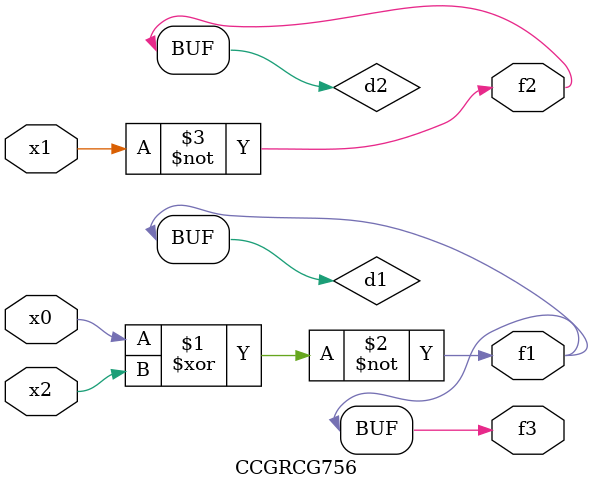
<source format=v>
module CCGRCG756(
	input x0, x1, x2,
	output f1, f2, f3
);

	wire d1, d2, d3;

	xnor (d1, x0, x2);
	nand (d2, x1);
	nor (d3, x1, x2);
	assign f1 = d1;
	assign f2 = d2;
	assign f3 = d1;
endmodule

</source>
